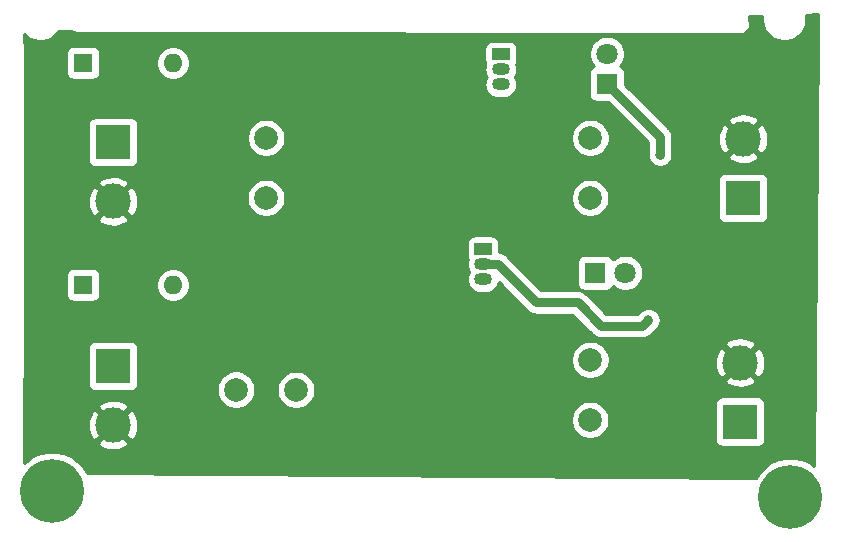
<source format=gbr>
G04 #@! TF.GenerationSoftware,KiCad,Pcbnew,(5.1.6)-1*
G04 #@! TF.CreationDate,2021-06-24T11:46:10+03:00*
G04 #@! TF.ProjectId,power supply,706f7765-7220-4737-9570-706c792e6b69,rev?*
G04 #@! TF.SameCoordinates,Original*
G04 #@! TF.FileFunction,Copper,L2,Bot*
G04 #@! TF.FilePolarity,Positive*
%FSLAX46Y46*%
G04 Gerber Fmt 4.6, Leading zero omitted, Abs format (unit mm)*
G04 Created by KiCad (PCBNEW (5.1.6)-1) date 2021-06-24 11:46:10*
%MOMM*%
%LPD*%
G01*
G04 APERTURE LIST*
G04 #@! TA.AperFunction,ComponentPad*
%ADD10C,5.400000*%
G04 #@! TD*
G04 #@! TA.AperFunction,ComponentPad*
%ADD11C,0.800000*%
G04 #@! TD*
G04 #@! TA.AperFunction,ComponentPad*
%ADD12C,2.000000*%
G04 #@! TD*
G04 #@! TA.AperFunction,ComponentPad*
%ADD13R,1.800000X1.800000*%
G04 #@! TD*
G04 #@! TA.AperFunction,ComponentPad*
%ADD14C,1.800000*%
G04 #@! TD*
G04 #@! TA.AperFunction,ComponentPad*
%ADD15C,3.000000*%
G04 #@! TD*
G04 #@! TA.AperFunction,ComponentPad*
%ADD16R,3.000000X3.000000*%
G04 #@! TD*
G04 #@! TA.AperFunction,ComponentPad*
%ADD17O,1.600000X1.600000*%
G04 #@! TD*
G04 #@! TA.AperFunction,ComponentPad*
%ADD18R,1.600000X1.600000*%
G04 #@! TD*
G04 #@! TA.AperFunction,ComponentPad*
%ADD19R,1.500000X1.050000*%
G04 #@! TD*
G04 #@! TA.AperFunction,ComponentPad*
%ADD20O,1.500000X1.050000*%
G04 #@! TD*
G04 #@! TA.AperFunction,ViaPad*
%ADD21C,0.800000*%
G04 #@! TD*
G04 #@! TA.AperFunction,Conductor*
%ADD22C,0.800000*%
G04 #@! TD*
G04 #@! TA.AperFunction,Conductor*
%ADD23C,0.254000*%
G04 #@! TD*
G04 APERTURE END LIST*
D10*
X148000000Y-146500000D03*
D11*
X150025000Y-146500000D03*
X149431891Y-147931891D03*
X148000000Y-148525000D03*
X146568109Y-147931891D03*
X145975000Y-146500000D03*
X146568109Y-145068109D03*
X148000000Y-144475000D03*
X149431891Y-145068109D03*
X86931891Y-144568109D03*
X85500000Y-143975000D03*
X84068109Y-144568109D03*
X83475000Y-146000000D03*
X84068109Y-147431891D03*
X85500000Y-148025000D03*
X86931891Y-147431891D03*
X87525000Y-146000000D03*
D10*
X85500000Y-146000000D03*
D12*
X131074000Y-116078000D03*
X131064000Y-121158000D03*
D13*
X131500000Y-127500000D03*
D14*
X134040000Y-127500000D03*
D12*
X106162000Y-137414000D03*
X101082000Y-137404000D03*
X103632000Y-116078000D03*
X103622000Y-121158000D03*
X131064000Y-139954000D03*
X131074000Y-134874000D03*
D15*
X90678000Y-121443000D03*
D16*
X90678000Y-116443000D03*
X90678000Y-135382000D03*
D15*
X90678000Y-140382000D03*
X143764000Y-135097000D03*
D16*
X143764000Y-140097000D03*
X144018000Y-121158000D03*
D15*
X144018000Y-116158000D03*
D17*
X95758000Y-128524000D03*
D18*
X88138000Y-128524000D03*
X88138000Y-109728000D03*
D17*
X95758000Y-109728000D03*
D13*
X132500000Y-111500000D03*
D14*
X132500000Y-108960000D03*
D19*
X122000000Y-125500000D03*
D20*
X122000000Y-128040000D03*
X122000000Y-126770000D03*
X123500000Y-110270000D03*
X123500000Y-111540000D03*
D19*
X123500000Y-109000000D03*
D21*
X110000000Y-130000000D03*
X120500000Y-113000000D03*
X110500000Y-113500000D03*
X113000000Y-113500000D03*
X117900000Y-122600000D03*
X126500000Y-125500000D03*
X122500000Y-121000000D03*
X140000000Y-110500000D03*
X113500000Y-129500000D03*
X124500000Y-138500000D03*
X120000000Y-143475010D03*
X112000000Y-133000000D03*
X98500000Y-143500000D03*
X137000000Y-117500000D03*
X136000000Y-131500000D03*
D22*
X114500000Y-143000000D02*
X118000000Y-143000000D01*
X110000000Y-130000000D02*
X110000000Y-138500000D01*
X110000000Y-138500000D02*
X114500000Y-143000000D01*
X120500000Y-113000000D02*
X120500000Y-115500000D01*
X120500000Y-115500000D02*
X124000000Y-119000000D01*
X118000000Y-143000000D02*
X119524990Y-143000000D01*
X119524990Y-143000000D02*
X120000000Y-143475010D01*
X137000000Y-116000000D02*
X132500000Y-111500000D01*
X137000000Y-117500000D02*
X137000000Y-116000000D01*
X122000000Y-126770000D02*
X123270000Y-126770000D01*
X123270000Y-126770000D02*
X126500000Y-130000000D01*
X126500000Y-130000000D02*
X130000000Y-130000000D01*
X130000000Y-130000000D02*
X132000000Y-132000000D01*
X132000000Y-132000000D02*
X135500000Y-132000000D01*
X135500000Y-132000000D02*
X136000000Y-131500000D01*
D23*
G36*
X150373000Y-106786773D02*
G01*
X150364288Y-106821607D01*
X150350554Y-106865669D01*
X150340266Y-106962557D01*
X150059287Y-143865000D01*
X149579715Y-143544561D01*
X148972784Y-143293162D01*
X148328469Y-143165000D01*
X147671531Y-143165000D01*
X147027216Y-143293162D01*
X146420285Y-143544561D01*
X145874061Y-143909536D01*
X145409536Y-144374061D01*
X145102871Y-144833017D01*
X88450820Y-144413373D01*
X88090464Y-143874061D01*
X87625939Y-143409536D01*
X87079715Y-143044561D01*
X86472784Y-142793162D01*
X85828469Y-142665000D01*
X85171531Y-142665000D01*
X84527216Y-142793162D01*
X83920285Y-143044561D01*
X83374061Y-143409536D01*
X83163019Y-143620578D01*
X83166840Y-141873653D01*
X89365952Y-141873653D01*
X89521962Y-142189214D01*
X89896745Y-142380020D01*
X90301551Y-142494044D01*
X90720824Y-142526902D01*
X91138451Y-142477334D01*
X91538383Y-142347243D01*
X91834038Y-142189214D01*
X91990048Y-141873653D01*
X90678000Y-140561605D01*
X89365952Y-141873653D01*
X83166840Y-141873653D01*
X83170010Y-140424824D01*
X88533098Y-140424824D01*
X88582666Y-140842451D01*
X88712757Y-141242383D01*
X88870786Y-141538038D01*
X89186347Y-141694048D01*
X90498395Y-140382000D01*
X90857605Y-140382000D01*
X92169653Y-141694048D01*
X92485214Y-141538038D01*
X92676020Y-141163255D01*
X92790044Y-140758449D01*
X92822902Y-140339176D01*
X92773334Y-139921549D01*
X92731509Y-139792967D01*
X129429000Y-139792967D01*
X129429000Y-140115033D01*
X129491832Y-140430912D01*
X129615082Y-140728463D01*
X129794013Y-140996252D01*
X130021748Y-141223987D01*
X130289537Y-141402918D01*
X130587088Y-141526168D01*
X130902967Y-141589000D01*
X131225033Y-141589000D01*
X131540912Y-141526168D01*
X131838463Y-141402918D01*
X132106252Y-141223987D01*
X132333987Y-140996252D01*
X132512918Y-140728463D01*
X132636168Y-140430912D01*
X132699000Y-140115033D01*
X132699000Y-139792967D01*
X132636168Y-139477088D01*
X132512918Y-139179537D01*
X132333987Y-138911748D01*
X132106252Y-138684013D01*
X131976028Y-138597000D01*
X141625928Y-138597000D01*
X141625928Y-141597000D01*
X141638188Y-141721482D01*
X141674498Y-141841180D01*
X141733463Y-141951494D01*
X141812815Y-142048185D01*
X141909506Y-142127537D01*
X142019820Y-142186502D01*
X142139518Y-142222812D01*
X142264000Y-142235072D01*
X145264000Y-142235072D01*
X145388482Y-142222812D01*
X145508180Y-142186502D01*
X145618494Y-142127537D01*
X145715185Y-142048185D01*
X145794537Y-141951494D01*
X145853502Y-141841180D01*
X145889812Y-141721482D01*
X145902072Y-141597000D01*
X145902072Y-138597000D01*
X145889812Y-138472518D01*
X145853502Y-138352820D01*
X145794537Y-138242506D01*
X145715185Y-138145815D01*
X145618494Y-138066463D01*
X145508180Y-138007498D01*
X145388482Y-137971188D01*
X145264000Y-137958928D01*
X142264000Y-137958928D01*
X142139518Y-137971188D01*
X142019820Y-138007498D01*
X141909506Y-138066463D01*
X141812815Y-138145815D01*
X141733463Y-138242506D01*
X141674498Y-138352820D01*
X141638188Y-138472518D01*
X141625928Y-138597000D01*
X131976028Y-138597000D01*
X131838463Y-138505082D01*
X131540912Y-138381832D01*
X131225033Y-138319000D01*
X130902967Y-138319000D01*
X130587088Y-138381832D01*
X130289537Y-138505082D01*
X130021748Y-138684013D01*
X129794013Y-138911748D01*
X129615082Y-139179537D01*
X129491832Y-139477088D01*
X129429000Y-139792967D01*
X92731509Y-139792967D01*
X92643243Y-139521617D01*
X92485214Y-139225962D01*
X92169653Y-139069952D01*
X90857605Y-140382000D01*
X90498395Y-140382000D01*
X89186347Y-139069952D01*
X88870786Y-139225962D01*
X88679980Y-139600745D01*
X88565956Y-140005551D01*
X88533098Y-140424824D01*
X83170010Y-140424824D01*
X83173367Y-138890347D01*
X89365952Y-138890347D01*
X90678000Y-140202395D01*
X91990048Y-138890347D01*
X91834038Y-138574786D01*
X91459255Y-138383980D01*
X91054449Y-138269956D01*
X90635176Y-138237098D01*
X90217549Y-138286666D01*
X89817617Y-138416757D01*
X89521962Y-138574786D01*
X89365952Y-138890347D01*
X83173367Y-138890347D01*
X83184325Y-133882000D01*
X88539928Y-133882000D01*
X88539928Y-136882000D01*
X88552188Y-137006482D01*
X88588498Y-137126180D01*
X88647463Y-137236494D01*
X88726815Y-137333185D01*
X88823506Y-137412537D01*
X88933820Y-137471502D01*
X89053518Y-137507812D01*
X89178000Y-137520072D01*
X92178000Y-137520072D01*
X92302482Y-137507812D01*
X92422180Y-137471502D01*
X92532494Y-137412537D01*
X92629185Y-137333185D01*
X92703224Y-137242967D01*
X99447000Y-137242967D01*
X99447000Y-137565033D01*
X99509832Y-137880912D01*
X99633082Y-138178463D01*
X99812013Y-138446252D01*
X100039748Y-138673987D01*
X100307537Y-138852918D01*
X100605088Y-138976168D01*
X100920967Y-139039000D01*
X101243033Y-139039000D01*
X101558912Y-138976168D01*
X101856463Y-138852918D01*
X102124252Y-138673987D01*
X102351987Y-138446252D01*
X102530918Y-138178463D01*
X102654168Y-137880912D01*
X102717000Y-137565033D01*
X102717000Y-137252967D01*
X104527000Y-137252967D01*
X104527000Y-137575033D01*
X104589832Y-137890912D01*
X104713082Y-138188463D01*
X104892013Y-138456252D01*
X105119748Y-138683987D01*
X105387537Y-138862918D01*
X105685088Y-138986168D01*
X106000967Y-139049000D01*
X106323033Y-139049000D01*
X106638912Y-138986168D01*
X106936463Y-138862918D01*
X107204252Y-138683987D01*
X107431987Y-138456252D01*
X107610918Y-138188463D01*
X107734168Y-137890912D01*
X107797000Y-137575033D01*
X107797000Y-137252967D01*
X107734168Y-136937088D01*
X107610918Y-136639537D01*
X107576919Y-136588653D01*
X142451952Y-136588653D01*
X142607962Y-136904214D01*
X142982745Y-137095020D01*
X143387551Y-137209044D01*
X143806824Y-137241902D01*
X144224451Y-137192334D01*
X144624383Y-137062243D01*
X144920038Y-136904214D01*
X145076048Y-136588653D01*
X143764000Y-135276605D01*
X142451952Y-136588653D01*
X107576919Y-136588653D01*
X107431987Y-136371748D01*
X107204252Y-136144013D01*
X106936463Y-135965082D01*
X106638912Y-135841832D01*
X106323033Y-135779000D01*
X106000967Y-135779000D01*
X105685088Y-135841832D01*
X105387537Y-135965082D01*
X105119748Y-136144013D01*
X104892013Y-136371748D01*
X104713082Y-136639537D01*
X104589832Y-136937088D01*
X104527000Y-137252967D01*
X102717000Y-137252967D01*
X102717000Y-137242967D01*
X102654168Y-136927088D01*
X102530918Y-136629537D01*
X102351987Y-136361748D01*
X102124252Y-136134013D01*
X101856463Y-135955082D01*
X101558912Y-135831832D01*
X101243033Y-135769000D01*
X100920967Y-135769000D01*
X100605088Y-135831832D01*
X100307537Y-135955082D01*
X100039748Y-136134013D01*
X99812013Y-136361748D01*
X99633082Y-136629537D01*
X99509832Y-136927088D01*
X99447000Y-137242967D01*
X92703224Y-137242967D01*
X92708537Y-137236494D01*
X92767502Y-137126180D01*
X92803812Y-137006482D01*
X92816072Y-136882000D01*
X92816072Y-134712967D01*
X129439000Y-134712967D01*
X129439000Y-135035033D01*
X129501832Y-135350912D01*
X129625082Y-135648463D01*
X129804013Y-135916252D01*
X130031748Y-136143987D01*
X130299537Y-136322918D01*
X130597088Y-136446168D01*
X130912967Y-136509000D01*
X131235033Y-136509000D01*
X131550912Y-136446168D01*
X131848463Y-136322918D01*
X132116252Y-136143987D01*
X132343987Y-135916252D01*
X132522918Y-135648463D01*
X132646168Y-135350912D01*
X132688155Y-135139824D01*
X141619098Y-135139824D01*
X141668666Y-135557451D01*
X141798757Y-135957383D01*
X141956786Y-136253038D01*
X142272347Y-136409048D01*
X143584395Y-135097000D01*
X143943605Y-135097000D01*
X145255653Y-136409048D01*
X145571214Y-136253038D01*
X145762020Y-135878255D01*
X145876044Y-135473449D01*
X145908902Y-135054176D01*
X145859334Y-134636549D01*
X145729243Y-134236617D01*
X145571214Y-133940962D01*
X145255653Y-133784952D01*
X143943605Y-135097000D01*
X143584395Y-135097000D01*
X142272347Y-133784952D01*
X141956786Y-133940962D01*
X141765980Y-134315745D01*
X141651956Y-134720551D01*
X141619098Y-135139824D01*
X132688155Y-135139824D01*
X132709000Y-135035033D01*
X132709000Y-134712967D01*
X132646168Y-134397088D01*
X132522918Y-134099537D01*
X132343987Y-133831748D01*
X132117586Y-133605347D01*
X142451952Y-133605347D01*
X143764000Y-134917395D01*
X145076048Y-133605347D01*
X144920038Y-133289786D01*
X144545255Y-133098980D01*
X144140449Y-132984956D01*
X143721176Y-132952098D01*
X143303549Y-133001666D01*
X142903617Y-133131757D01*
X142607962Y-133289786D01*
X142451952Y-133605347D01*
X132117586Y-133605347D01*
X132116252Y-133604013D01*
X131848463Y-133425082D01*
X131550912Y-133301832D01*
X131235033Y-133239000D01*
X130912967Y-133239000D01*
X130597088Y-133301832D01*
X130299537Y-133425082D01*
X130031748Y-133604013D01*
X129804013Y-133831748D01*
X129625082Y-134099537D01*
X129501832Y-134397088D01*
X129439000Y-134712967D01*
X92816072Y-134712967D01*
X92816072Y-133882000D01*
X92803812Y-133757518D01*
X92767502Y-133637820D01*
X92708537Y-133527506D01*
X92629185Y-133430815D01*
X92532494Y-133351463D01*
X92422180Y-133292498D01*
X92302482Y-133256188D01*
X92178000Y-133243928D01*
X89178000Y-133243928D01*
X89053518Y-133256188D01*
X88933820Y-133292498D01*
X88823506Y-133351463D01*
X88726815Y-133430815D01*
X88647463Y-133527506D01*
X88588498Y-133637820D01*
X88552188Y-133757518D01*
X88539928Y-133882000D01*
X83184325Y-133882000D01*
X83197799Y-127724000D01*
X86699928Y-127724000D01*
X86699928Y-129324000D01*
X86712188Y-129448482D01*
X86748498Y-129568180D01*
X86807463Y-129678494D01*
X86886815Y-129775185D01*
X86983506Y-129854537D01*
X87093820Y-129913502D01*
X87213518Y-129949812D01*
X87338000Y-129962072D01*
X88938000Y-129962072D01*
X89062482Y-129949812D01*
X89182180Y-129913502D01*
X89292494Y-129854537D01*
X89389185Y-129775185D01*
X89468537Y-129678494D01*
X89527502Y-129568180D01*
X89563812Y-129448482D01*
X89576072Y-129324000D01*
X89576072Y-128382665D01*
X94323000Y-128382665D01*
X94323000Y-128665335D01*
X94378147Y-128942574D01*
X94486320Y-129203727D01*
X94643363Y-129438759D01*
X94843241Y-129638637D01*
X95078273Y-129795680D01*
X95339426Y-129903853D01*
X95616665Y-129959000D01*
X95899335Y-129959000D01*
X96176574Y-129903853D01*
X96437727Y-129795680D01*
X96672759Y-129638637D01*
X96872637Y-129438759D01*
X97029680Y-129203727D01*
X97137853Y-128942574D01*
X97193000Y-128665335D01*
X97193000Y-128382665D01*
X97137853Y-128105426D01*
X97029680Y-127844273D01*
X96872637Y-127609241D01*
X96672759Y-127409363D01*
X96437727Y-127252320D01*
X96176574Y-127144147D01*
X95899335Y-127089000D01*
X95616665Y-127089000D01*
X95339426Y-127144147D01*
X95078273Y-127252320D01*
X94843241Y-127409363D01*
X94643363Y-127609241D01*
X94486320Y-127844273D01*
X94378147Y-128105426D01*
X94323000Y-128382665D01*
X89576072Y-128382665D01*
X89576072Y-127724000D01*
X89563812Y-127599518D01*
X89527502Y-127479820D01*
X89468537Y-127369506D01*
X89389185Y-127272815D01*
X89292494Y-127193463D01*
X89182180Y-127134498D01*
X89062482Y-127098188D01*
X88938000Y-127085928D01*
X87338000Y-127085928D01*
X87213518Y-127098188D01*
X87093820Y-127134498D01*
X86983506Y-127193463D01*
X86886815Y-127272815D01*
X86807463Y-127369506D01*
X86748498Y-127479820D01*
X86712188Y-127599518D01*
X86699928Y-127724000D01*
X83197799Y-127724000D01*
X83199886Y-126770000D01*
X120609388Y-126770000D01*
X120631785Y-126997400D01*
X120698115Y-127216060D01*
X120799105Y-127405000D01*
X120698115Y-127593940D01*
X120631785Y-127812600D01*
X120609388Y-128040000D01*
X120631785Y-128267400D01*
X120698115Y-128486060D01*
X120805829Y-128687579D01*
X120950788Y-128864212D01*
X121127421Y-129009171D01*
X121328940Y-129116885D01*
X121547600Y-129183215D01*
X121718021Y-129200000D01*
X122281979Y-129200000D01*
X122452400Y-129183215D01*
X122671060Y-129116885D01*
X122872579Y-129009171D01*
X123049212Y-128864212D01*
X123194171Y-128687579D01*
X123301885Y-128486060D01*
X123353197Y-128316907D01*
X125732196Y-130695907D01*
X125764604Y-130735396D01*
X125804092Y-130767803D01*
X125922202Y-130864734D01*
X126018309Y-130916104D01*
X126102007Y-130960841D01*
X126297105Y-131020024D01*
X126449162Y-131035000D01*
X126449165Y-131035000D01*
X126500000Y-131040007D01*
X126550835Y-131035000D01*
X129571290Y-131035000D01*
X131232197Y-132695908D01*
X131264604Y-132735396D01*
X131304092Y-132767803D01*
X131422202Y-132864734D01*
X131518309Y-132916104D01*
X131602007Y-132960841D01*
X131797105Y-133020024D01*
X131949162Y-133035000D01*
X131949171Y-133035000D01*
X131999999Y-133040006D01*
X132050827Y-133035000D01*
X135449172Y-133035000D01*
X135500000Y-133040006D01*
X135550828Y-133035000D01*
X135550838Y-133035000D01*
X135702895Y-133020024D01*
X135897993Y-132960841D01*
X136077797Y-132864734D01*
X136235396Y-132735396D01*
X136267807Y-132695903D01*
X136659771Y-132303939D01*
X136659774Y-132303937D01*
X136803937Y-132159774D01*
X136832329Y-132117283D01*
X136864734Y-132077797D01*
X136888814Y-132032747D01*
X136917205Y-131990256D01*
X136936763Y-131943039D01*
X136960840Y-131897994D01*
X136975666Y-131849120D01*
X136995226Y-131801898D01*
X137005197Y-131751768D01*
X137020023Y-131702895D01*
X137025030Y-131652064D01*
X137035000Y-131601939D01*
X137035000Y-131550835D01*
X137040007Y-131500000D01*
X137035000Y-131449165D01*
X137035000Y-131398061D01*
X137025030Y-131347936D01*
X137020023Y-131297105D01*
X137005197Y-131248232D01*
X136995226Y-131198102D01*
X136975665Y-131150878D01*
X136960840Y-131102007D01*
X136936764Y-131056964D01*
X136917205Y-131009744D01*
X136888813Y-130967252D01*
X136864734Y-130922203D01*
X136832328Y-130882716D01*
X136803937Y-130840226D01*
X136767803Y-130804092D01*
X136735396Y-130764604D01*
X136695908Y-130732197D01*
X136659774Y-130696063D01*
X136617284Y-130667672D01*
X136577797Y-130635266D01*
X136532748Y-130611187D01*
X136490256Y-130582795D01*
X136443036Y-130563236D01*
X136397993Y-130539160D01*
X136349122Y-130524335D01*
X136301898Y-130504774D01*
X136251768Y-130494803D01*
X136202895Y-130479977D01*
X136152064Y-130474970D01*
X136101939Y-130465000D01*
X136050835Y-130465000D01*
X136000000Y-130459993D01*
X135949165Y-130465000D01*
X135898061Y-130465000D01*
X135847936Y-130474970D01*
X135797105Y-130479977D01*
X135748232Y-130494803D01*
X135698102Y-130504774D01*
X135650880Y-130524334D01*
X135602006Y-130539160D01*
X135556961Y-130563237D01*
X135509744Y-130582795D01*
X135467253Y-130611186D01*
X135422203Y-130635266D01*
X135382717Y-130667671D01*
X135340226Y-130696063D01*
X135196063Y-130840226D01*
X135196061Y-130840229D01*
X135071290Y-130965000D01*
X132428711Y-130965000D01*
X130767807Y-129304097D01*
X130735396Y-129264604D01*
X130577797Y-129135266D01*
X130397993Y-129039159D01*
X130202895Y-128979976D01*
X130050838Y-128965000D01*
X130050828Y-128965000D01*
X130000000Y-128959994D01*
X129949172Y-128965000D01*
X126928711Y-128965000D01*
X124563711Y-126600000D01*
X129961928Y-126600000D01*
X129961928Y-128400000D01*
X129974188Y-128524482D01*
X130010498Y-128644180D01*
X130069463Y-128754494D01*
X130148815Y-128851185D01*
X130245506Y-128930537D01*
X130355820Y-128989502D01*
X130475518Y-129025812D01*
X130600000Y-129038072D01*
X132400000Y-129038072D01*
X132524482Y-129025812D01*
X132644180Y-128989502D01*
X132754494Y-128930537D01*
X132851185Y-128851185D01*
X132930537Y-128754494D01*
X132989502Y-128644180D01*
X132995056Y-128625873D01*
X133061495Y-128692312D01*
X133312905Y-128860299D01*
X133592257Y-128976011D01*
X133888816Y-129035000D01*
X134191184Y-129035000D01*
X134487743Y-128976011D01*
X134767095Y-128860299D01*
X135018505Y-128692312D01*
X135232312Y-128478505D01*
X135400299Y-128227095D01*
X135516011Y-127947743D01*
X135575000Y-127651184D01*
X135575000Y-127348816D01*
X135516011Y-127052257D01*
X135400299Y-126772905D01*
X135232312Y-126521495D01*
X135018505Y-126307688D01*
X134767095Y-126139701D01*
X134487743Y-126023989D01*
X134191184Y-125965000D01*
X133888816Y-125965000D01*
X133592257Y-126023989D01*
X133312905Y-126139701D01*
X133061495Y-126307688D01*
X132995056Y-126374127D01*
X132989502Y-126355820D01*
X132930537Y-126245506D01*
X132851185Y-126148815D01*
X132754494Y-126069463D01*
X132644180Y-126010498D01*
X132524482Y-125974188D01*
X132400000Y-125961928D01*
X130600000Y-125961928D01*
X130475518Y-125974188D01*
X130355820Y-126010498D01*
X130245506Y-126069463D01*
X130148815Y-126148815D01*
X130069463Y-126245506D01*
X130010498Y-126355820D01*
X129974188Y-126475518D01*
X129961928Y-126600000D01*
X124563711Y-126600000D01*
X124037807Y-126074097D01*
X124005396Y-126034604D01*
X123847797Y-125905266D01*
X123667993Y-125809159D01*
X123472895Y-125749976D01*
X123388072Y-125741622D01*
X123388072Y-124975000D01*
X123375812Y-124850518D01*
X123339502Y-124730820D01*
X123280537Y-124620506D01*
X123201185Y-124523815D01*
X123104494Y-124444463D01*
X122994180Y-124385498D01*
X122874482Y-124349188D01*
X122750000Y-124336928D01*
X121250000Y-124336928D01*
X121125518Y-124349188D01*
X121005820Y-124385498D01*
X120895506Y-124444463D01*
X120798815Y-124523815D01*
X120719463Y-124620506D01*
X120660498Y-124730820D01*
X120624188Y-124850518D01*
X120611928Y-124975000D01*
X120611928Y-126025000D01*
X120624188Y-126149482D01*
X120660498Y-126269180D01*
X120695093Y-126333902D01*
X120631785Y-126542600D01*
X120609388Y-126770000D01*
X83199886Y-126770000D01*
X83208277Y-122934653D01*
X89365952Y-122934653D01*
X89521962Y-123250214D01*
X89896745Y-123441020D01*
X90301551Y-123555044D01*
X90720824Y-123587902D01*
X91138451Y-123538334D01*
X91538383Y-123408243D01*
X91834038Y-123250214D01*
X91990048Y-122934653D01*
X90678000Y-121622605D01*
X89365952Y-122934653D01*
X83208277Y-122934653D01*
X83211447Y-121485824D01*
X88533098Y-121485824D01*
X88582666Y-121903451D01*
X88712757Y-122303383D01*
X88870786Y-122599038D01*
X89186347Y-122755048D01*
X90498395Y-121443000D01*
X90857605Y-121443000D01*
X92169653Y-122755048D01*
X92485214Y-122599038D01*
X92676020Y-122224255D01*
X92790044Y-121819449D01*
X92822902Y-121400176D01*
X92775046Y-120996967D01*
X101987000Y-120996967D01*
X101987000Y-121319033D01*
X102049832Y-121634912D01*
X102173082Y-121932463D01*
X102352013Y-122200252D01*
X102579748Y-122427987D01*
X102847537Y-122606918D01*
X103145088Y-122730168D01*
X103460967Y-122793000D01*
X103783033Y-122793000D01*
X104098912Y-122730168D01*
X104396463Y-122606918D01*
X104664252Y-122427987D01*
X104891987Y-122200252D01*
X105070918Y-121932463D01*
X105194168Y-121634912D01*
X105257000Y-121319033D01*
X105257000Y-120996967D01*
X129429000Y-120996967D01*
X129429000Y-121319033D01*
X129491832Y-121634912D01*
X129615082Y-121932463D01*
X129794013Y-122200252D01*
X130021748Y-122427987D01*
X130289537Y-122606918D01*
X130587088Y-122730168D01*
X130902967Y-122793000D01*
X131225033Y-122793000D01*
X131540912Y-122730168D01*
X131838463Y-122606918D01*
X132106252Y-122427987D01*
X132333987Y-122200252D01*
X132512918Y-121932463D01*
X132636168Y-121634912D01*
X132699000Y-121319033D01*
X132699000Y-120996967D01*
X132636168Y-120681088D01*
X132512918Y-120383537D01*
X132333987Y-120115748D01*
X132106252Y-119888013D01*
X131838463Y-119709082D01*
X131715141Y-119658000D01*
X141879928Y-119658000D01*
X141879928Y-122658000D01*
X141892188Y-122782482D01*
X141928498Y-122902180D01*
X141987463Y-123012494D01*
X142066815Y-123109185D01*
X142163506Y-123188537D01*
X142273820Y-123247502D01*
X142393518Y-123283812D01*
X142518000Y-123296072D01*
X145518000Y-123296072D01*
X145642482Y-123283812D01*
X145762180Y-123247502D01*
X145872494Y-123188537D01*
X145969185Y-123109185D01*
X146048537Y-123012494D01*
X146107502Y-122902180D01*
X146143812Y-122782482D01*
X146156072Y-122658000D01*
X146156072Y-119658000D01*
X146143812Y-119533518D01*
X146107502Y-119413820D01*
X146048537Y-119303506D01*
X145969185Y-119206815D01*
X145872494Y-119127463D01*
X145762180Y-119068498D01*
X145642482Y-119032188D01*
X145518000Y-119019928D01*
X142518000Y-119019928D01*
X142393518Y-119032188D01*
X142273820Y-119068498D01*
X142163506Y-119127463D01*
X142066815Y-119206815D01*
X141987463Y-119303506D01*
X141928498Y-119413820D01*
X141892188Y-119533518D01*
X141879928Y-119658000D01*
X131715141Y-119658000D01*
X131540912Y-119585832D01*
X131225033Y-119523000D01*
X130902967Y-119523000D01*
X130587088Y-119585832D01*
X130289537Y-119709082D01*
X130021748Y-119888013D01*
X129794013Y-120115748D01*
X129615082Y-120383537D01*
X129491832Y-120681088D01*
X129429000Y-120996967D01*
X105257000Y-120996967D01*
X105194168Y-120681088D01*
X105070918Y-120383537D01*
X104891987Y-120115748D01*
X104664252Y-119888013D01*
X104396463Y-119709082D01*
X104098912Y-119585832D01*
X103783033Y-119523000D01*
X103460967Y-119523000D01*
X103145088Y-119585832D01*
X102847537Y-119709082D01*
X102579748Y-119888013D01*
X102352013Y-120115748D01*
X102173082Y-120383537D01*
X102049832Y-120681088D01*
X101987000Y-120996967D01*
X92775046Y-120996967D01*
X92773334Y-120982549D01*
X92643243Y-120582617D01*
X92485214Y-120286962D01*
X92169653Y-120130952D01*
X90857605Y-121443000D01*
X90498395Y-121443000D01*
X89186347Y-120130952D01*
X88870786Y-120286962D01*
X88679980Y-120661745D01*
X88565956Y-121066551D01*
X88533098Y-121485824D01*
X83211447Y-121485824D01*
X83214804Y-119951347D01*
X89365952Y-119951347D01*
X90678000Y-121263395D01*
X91990048Y-119951347D01*
X91834038Y-119635786D01*
X91459255Y-119444980D01*
X91054449Y-119330956D01*
X90635176Y-119298098D01*
X90217549Y-119347666D01*
X89817617Y-119477757D01*
X89521962Y-119635786D01*
X89365952Y-119951347D01*
X83214804Y-119951347D01*
X83225762Y-114943000D01*
X88539928Y-114943000D01*
X88539928Y-117943000D01*
X88552188Y-118067482D01*
X88588498Y-118187180D01*
X88647463Y-118297494D01*
X88726815Y-118394185D01*
X88823506Y-118473537D01*
X88933820Y-118532502D01*
X89053518Y-118568812D01*
X89178000Y-118581072D01*
X92178000Y-118581072D01*
X92302482Y-118568812D01*
X92422180Y-118532502D01*
X92532494Y-118473537D01*
X92629185Y-118394185D01*
X92708537Y-118297494D01*
X92767502Y-118187180D01*
X92803812Y-118067482D01*
X92816072Y-117943000D01*
X92816072Y-115916967D01*
X101997000Y-115916967D01*
X101997000Y-116239033D01*
X102059832Y-116554912D01*
X102183082Y-116852463D01*
X102362013Y-117120252D01*
X102589748Y-117347987D01*
X102857537Y-117526918D01*
X103155088Y-117650168D01*
X103470967Y-117713000D01*
X103793033Y-117713000D01*
X104108912Y-117650168D01*
X104406463Y-117526918D01*
X104674252Y-117347987D01*
X104901987Y-117120252D01*
X105080918Y-116852463D01*
X105204168Y-116554912D01*
X105267000Y-116239033D01*
X105267000Y-115916967D01*
X129439000Y-115916967D01*
X129439000Y-116239033D01*
X129501832Y-116554912D01*
X129625082Y-116852463D01*
X129804013Y-117120252D01*
X130031748Y-117347987D01*
X130299537Y-117526918D01*
X130597088Y-117650168D01*
X130912967Y-117713000D01*
X131235033Y-117713000D01*
X131550912Y-117650168D01*
X131848463Y-117526918D01*
X132116252Y-117347987D01*
X132343987Y-117120252D01*
X132522918Y-116852463D01*
X132646168Y-116554912D01*
X132709000Y-116239033D01*
X132709000Y-115916967D01*
X132646168Y-115601088D01*
X132522918Y-115303537D01*
X132343987Y-115035748D01*
X132116252Y-114808013D01*
X131848463Y-114629082D01*
X131550912Y-114505832D01*
X131235033Y-114443000D01*
X130912967Y-114443000D01*
X130597088Y-114505832D01*
X130299537Y-114629082D01*
X130031748Y-114808013D01*
X129804013Y-115035748D01*
X129625082Y-115303537D01*
X129501832Y-115601088D01*
X129439000Y-115916967D01*
X105267000Y-115916967D01*
X105204168Y-115601088D01*
X105080918Y-115303537D01*
X104901987Y-115035748D01*
X104674252Y-114808013D01*
X104406463Y-114629082D01*
X104108912Y-114505832D01*
X103793033Y-114443000D01*
X103470967Y-114443000D01*
X103155088Y-114505832D01*
X102857537Y-114629082D01*
X102589748Y-114808013D01*
X102362013Y-115035748D01*
X102183082Y-115303537D01*
X102059832Y-115601088D01*
X101997000Y-115916967D01*
X92816072Y-115916967D01*
X92816072Y-114943000D01*
X92803812Y-114818518D01*
X92767502Y-114698820D01*
X92708537Y-114588506D01*
X92629185Y-114491815D01*
X92532494Y-114412463D01*
X92422180Y-114353498D01*
X92302482Y-114317188D01*
X92178000Y-114304928D01*
X89178000Y-114304928D01*
X89053518Y-114317188D01*
X88933820Y-114353498D01*
X88823506Y-114412463D01*
X88726815Y-114491815D01*
X88647463Y-114588506D01*
X88588498Y-114698820D01*
X88552188Y-114818518D01*
X88539928Y-114943000D01*
X83225762Y-114943000D01*
X83238923Y-108928000D01*
X86699928Y-108928000D01*
X86699928Y-110528000D01*
X86712188Y-110652482D01*
X86748498Y-110772180D01*
X86807463Y-110882494D01*
X86886815Y-110979185D01*
X86983506Y-111058537D01*
X87093820Y-111117502D01*
X87213518Y-111153812D01*
X87338000Y-111166072D01*
X88938000Y-111166072D01*
X89062482Y-111153812D01*
X89182180Y-111117502D01*
X89292494Y-111058537D01*
X89389185Y-110979185D01*
X89468537Y-110882494D01*
X89527502Y-110772180D01*
X89563812Y-110652482D01*
X89576072Y-110528000D01*
X89576072Y-109586665D01*
X94323000Y-109586665D01*
X94323000Y-109869335D01*
X94378147Y-110146574D01*
X94486320Y-110407727D01*
X94643363Y-110642759D01*
X94843241Y-110842637D01*
X95078273Y-110999680D01*
X95339426Y-111107853D01*
X95616665Y-111163000D01*
X95899335Y-111163000D01*
X96176574Y-111107853D01*
X96437727Y-110999680D01*
X96672759Y-110842637D01*
X96872637Y-110642759D01*
X97029680Y-110407727D01*
X97086728Y-110270000D01*
X122109388Y-110270000D01*
X122131785Y-110497400D01*
X122198115Y-110716060D01*
X122299105Y-110905000D01*
X122198115Y-111093940D01*
X122131785Y-111312600D01*
X122109388Y-111540000D01*
X122131785Y-111767400D01*
X122198115Y-111986060D01*
X122305829Y-112187579D01*
X122450788Y-112364212D01*
X122627421Y-112509171D01*
X122828940Y-112616885D01*
X123047600Y-112683215D01*
X123218021Y-112700000D01*
X123781979Y-112700000D01*
X123952400Y-112683215D01*
X124171060Y-112616885D01*
X124372579Y-112509171D01*
X124549212Y-112364212D01*
X124694171Y-112187579D01*
X124801885Y-111986060D01*
X124868215Y-111767400D01*
X124890612Y-111540000D01*
X124868215Y-111312600D01*
X124801885Y-111093940D01*
X124700895Y-110905000D01*
X124801885Y-110716060D01*
X124837091Y-110600000D01*
X130961928Y-110600000D01*
X130961928Y-112400000D01*
X130974188Y-112524482D01*
X131010498Y-112644180D01*
X131069463Y-112754494D01*
X131148815Y-112851185D01*
X131245506Y-112930537D01*
X131355820Y-112989502D01*
X131475518Y-113025812D01*
X131600000Y-113038072D01*
X132574362Y-113038072D01*
X135965001Y-116428712D01*
X135965000Y-117398061D01*
X135965000Y-117601939D01*
X135974969Y-117652058D01*
X135979976Y-117702894D01*
X135994804Y-117751774D01*
X136004774Y-117801898D01*
X136024332Y-117849116D01*
X136039159Y-117897992D01*
X136063237Y-117943039D01*
X136082795Y-117990256D01*
X136111186Y-118032747D01*
X136135266Y-118077797D01*
X136167672Y-118117284D01*
X136196063Y-118159774D01*
X136232197Y-118195908D01*
X136264604Y-118235396D01*
X136304092Y-118267803D01*
X136340226Y-118303937D01*
X136382716Y-118332328D01*
X136422203Y-118364734D01*
X136467254Y-118388814D01*
X136509744Y-118417205D01*
X136556958Y-118436762D01*
X136602007Y-118460841D01*
X136650887Y-118475669D01*
X136698102Y-118495226D01*
X136748223Y-118505196D01*
X136797105Y-118520024D01*
X136847943Y-118525031D01*
X136898061Y-118535000D01*
X136949162Y-118535000D01*
X137000000Y-118540007D01*
X137050838Y-118535000D01*
X137101939Y-118535000D01*
X137152058Y-118525031D01*
X137202894Y-118520024D01*
X137251774Y-118505196D01*
X137301898Y-118495226D01*
X137349116Y-118475668D01*
X137397992Y-118460841D01*
X137443039Y-118436763D01*
X137490256Y-118417205D01*
X137532747Y-118388814D01*
X137577797Y-118364734D01*
X137617284Y-118332328D01*
X137659774Y-118303937D01*
X137695908Y-118267803D01*
X137735396Y-118235396D01*
X137767803Y-118195908D01*
X137803937Y-118159774D01*
X137832328Y-118117284D01*
X137864734Y-118077797D01*
X137888814Y-118032746D01*
X137917205Y-117990256D01*
X137936762Y-117943042D01*
X137960841Y-117897993D01*
X137975669Y-117849113D01*
X137995226Y-117801898D01*
X138005196Y-117751777D01*
X138020024Y-117702895D01*
X138025031Y-117652057D01*
X138025509Y-117649653D01*
X142705952Y-117649653D01*
X142861962Y-117965214D01*
X143236745Y-118156020D01*
X143641551Y-118270044D01*
X144060824Y-118302902D01*
X144478451Y-118253334D01*
X144878383Y-118123243D01*
X145174038Y-117965214D01*
X145330048Y-117649653D01*
X144018000Y-116337605D01*
X142705952Y-117649653D01*
X138025509Y-117649653D01*
X138035000Y-117601939D01*
X138035000Y-116200824D01*
X141873098Y-116200824D01*
X141922666Y-116618451D01*
X142052757Y-117018383D01*
X142210786Y-117314038D01*
X142526347Y-117470048D01*
X143838395Y-116158000D01*
X144197605Y-116158000D01*
X145509653Y-117470048D01*
X145825214Y-117314038D01*
X146016020Y-116939255D01*
X146130044Y-116534449D01*
X146162902Y-116115176D01*
X146113334Y-115697549D01*
X145983243Y-115297617D01*
X145825214Y-115001962D01*
X145509653Y-114845952D01*
X144197605Y-116158000D01*
X143838395Y-116158000D01*
X142526347Y-114845952D01*
X142210786Y-115001962D01*
X142019980Y-115376745D01*
X141905956Y-115781551D01*
X141873098Y-116200824D01*
X138035000Y-116200824D01*
X138035000Y-116050827D01*
X138040006Y-115999999D01*
X138035000Y-115949171D01*
X138035000Y-115949162D01*
X138020024Y-115797105D01*
X137960841Y-115602007D01*
X137916104Y-115518309D01*
X137864734Y-115422202D01*
X137767803Y-115304092D01*
X137735396Y-115264604D01*
X137695908Y-115232197D01*
X137130058Y-114666347D01*
X142705952Y-114666347D01*
X144018000Y-115978395D01*
X145330048Y-114666347D01*
X145174038Y-114350786D01*
X144799255Y-114159980D01*
X144394449Y-114045956D01*
X143975176Y-114013098D01*
X143557549Y-114062666D01*
X143157617Y-114192757D01*
X142861962Y-114350786D01*
X142705952Y-114666347D01*
X137130058Y-114666347D01*
X134038072Y-111574362D01*
X134038072Y-110600000D01*
X134025812Y-110475518D01*
X133989502Y-110355820D01*
X133930537Y-110245506D01*
X133851185Y-110148815D01*
X133754494Y-110069463D01*
X133644180Y-110010498D01*
X133625873Y-110004944D01*
X133692312Y-109938505D01*
X133860299Y-109687095D01*
X133976011Y-109407743D01*
X134035000Y-109111184D01*
X134035000Y-108808816D01*
X133976011Y-108512257D01*
X133860299Y-108232905D01*
X133692312Y-107981495D01*
X133478505Y-107767688D01*
X133227095Y-107599701D01*
X132947743Y-107483989D01*
X132651184Y-107425000D01*
X132348816Y-107425000D01*
X132052257Y-107483989D01*
X131772905Y-107599701D01*
X131521495Y-107767688D01*
X131307688Y-107981495D01*
X131139701Y-108232905D01*
X131023989Y-108512257D01*
X130965000Y-108808816D01*
X130965000Y-109111184D01*
X131023989Y-109407743D01*
X131139701Y-109687095D01*
X131307688Y-109938505D01*
X131374127Y-110004944D01*
X131355820Y-110010498D01*
X131245506Y-110069463D01*
X131148815Y-110148815D01*
X131069463Y-110245506D01*
X131010498Y-110355820D01*
X130974188Y-110475518D01*
X130961928Y-110600000D01*
X124837091Y-110600000D01*
X124868215Y-110497400D01*
X124890612Y-110270000D01*
X124868215Y-110042600D01*
X124804907Y-109833902D01*
X124839502Y-109769180D01*
X124875812Y-109649482D01*
X124888072Y-109525000D01*
X124888072Y-108475000D01*
X124875812Y-108350518D01*
X124839502Y-108230820D01*
X124780537Y-108120506D01*
X124701185Y-108023815D01*
X124604494Y-107944463D01*
X124494180Y-107885498D01*
X124374482Y-107849188D01*
X124250000Y-107836928D01*
X122750000Y-107836928D01*
X122625518Y-107849188D01*
X122505820Y-107885498D01*
X122395506Y-107944463D01*
X122298815Y-108023815D01*
X122219463Y-108120506D01*
X122160498Y-108230820D01*
X122124188Y-108350518D01*
X122111928Y-108475000D01*
X122111928Y-109525000D01*
X122124188Y-109649482D01*
X122160498Y-109769180D01*
X122195093Y-109833902D01*
X122131785Y-110042600D01*
X122109388Y-110270000D01*
X97086728Y-110270000D01*
X97137853Y-110146574D01*
X97193000Y-109869335D01*
X97193000Y-109586665D01*
X97137853Y-109309426D01*
X97029680Y-109048273D01*
X96872637Y-108813241D01*
X96672759Y-108613363D01*
X96437727Y-108456320D01*
X96176574Y-108348147D01*
X95899335Y-108293000D01*
X95616665Y-108293000D01*
X95339426Y-108348147D01*
X95078273Y-108456320D01*
X94843241Y-108613363D01*
X94643363Y-108813241D01*
X94486320Y-109048273D01*
X94378147Y-109309426D01*
X94323000Y-109586665D01*
X89576072Y-109586665D01*
X89576072Y-108928000D01*
X89563812Y-108803518D01*
X89527502Y-108683820D01*
X89468537Y-108573506D01*
X89389185Y-108476815D01*
X89292494Y-108397463D01*
X89182180Y-108338498D01*
X89062482Y-108302188D01*
X88938000Y-108289928D01*
X87338000Y-108289928D01*
X87213518Y-108302188D01*
X87093820Y-108338498D01*
X86983506Y-108397463D01*
X86886815Y-108476815D01*
X86807463Y-108573506D01*
X86748498Y-108683820D01*
X86712188Y-108803518D01*
X86699928Y-108928000D01*
X83238923Y-108928000D01*
X83240237Y-108327890D01*
X83230899Y-108230906D01*
X83193431Y-108106413D01*
X83132397Y-107991623D01*
X83127000Y-107985017D01*
X83127000Y-107292793D01*
X83298382Y-107464175D01*
X83607118Y-107670466D01*
X83950166Y-107812561D01*
X84314344Y-107885000D01*
X84685656Y-107885000D01*
X85049834Y-107812561D01*
X85392882Y-107670466D01*
X85701618Y-107464175D01*
X85964175Y-107201618D01*
X86059440Y-107059044D01*
X87112216Y-107035649D01*
X87130589Y-107050781D01*
X87245139Y-107112266D01*
X87369483Y-107150223D01*
X87466430Y-107159942D01*
X143940739Y-107258476D01*
X144037720Y-107249095D01*
X144162195Y-107211572D01*
X144276959Y-107150488D01*
X144377601Y-107068186D01*
X144460253Y-106967832D01*
X144521738Y-106853282D01*
X144559695Y-106728938D01*
X144572664Y-106599578D01*
X144567328Y-106544417D01*
X144524479Y-105909729D01*
X144543838Y-105759391D01*
X145630735Y-105735238D01*
X145615000Y-105814344D01*
X145615000Y-106185656D01*
X145687439Y-106549834D01*
X145829534Y-106892882D01*
X146035825Y-107201618D01*
X146298382Y-107464175D01*
X146607118Y-107670466D01*
X146950166Y-107812561D01*
X147314344Y-107885000D01*
X147685656Y-107885000D01*
X148049834Y-107812561D01*
X148392882Y-107670466D01*
X148701618Y-107464175D01*
X148964175Y-107201618D01*
X149170466Y-106892882D01*
X149312561Y-106549834D01*
X149385000Y-106185656D01*
X149385000Y-105814344D01*
X149352812Y-105652525D01*
X150373000Y-105629854D01*
X150373000Y-106786773D01*
G37*
X150373000Y-106786773D02*
X150364288Y-106821607D01*
X150350554Y-106865669D01*
X150340266Y-106962557D01*
X150059287Y-143865000D01*
X149579715Y-143544561D01*
X148972784Y-143293162D01*
X148328469Y-143165000D01*
X147671531Y-143165000D01*
X147027216Y-143293162D01*
X146420285Y-143544561D01*
X145874061Y-143909536D01*
X145409536Y-144374061D01*
X145102871Y-144833017D01*
X88450820Y-144413373D01*
X88090464Y-143874061D01*
X87625939Y-143409536D01*
X87079715Y-143044561D01*
X86472784Y-142793162D01*
X85828469Y-142665000D01*
X85171531Y-142665000D01*
X84527216Y-142793162D01*
X83920285Y-143044561D01*
X83374061Y-143409536D01*
X83163019Y-143620578D01*
X83166840Y-141873653D01*
X89365952Y-141873653D01*
X89521962Y-142189214D01*
X89896745Y-142380020D01*
X90301551Y-142494044D01*
X90720824Y-142526902D01*
X91138451Y-142477334D01*
X91538383Y-142347243D01*
X91834038Y-142189214D01*
X91990048Y-141873653D01*
X90678000Y-140561605D01*
X89365952Y-141873653D01*
X83166840Y-141873653D01*
X83170010Y-140424824D01*
X88533098Y-140424824D01*
X88582666Y-140842451D01*
X88712757Y-141242383D01*
X88870786Y-141538038D01*
X89186347Y-141694048D01*
X90498395Y-140382000D01*
X90857605Y-140382000D01*
X92169653Y-141694048D01*
X92485214Y-141538038D01*
X92676020Y-141163255D01*
X92790044Y-140758449D01*
X92822902Y-140339176D01*
X92773334Y-139921549D01*
X92731509Y-139792967D01*
X129429000Y-139792967D01*
X129429000Y-140115033D01*
X129491832Y-140430912D01*
X129615082Y-140728463D01*
X129794013Y-140996252D01*
X130021748Y-141223987D01*
X130289537Y-141402918D01*
X130587088Y-141526168D01*
X130902967Y-141589000D01*
X131225033Y-141589000D01*
X131540912Y-141526168D01*
X131838463Y-141402918D01*
X132106252Y-141223987D01*
X132333987Y-140996252D01*
X132512918Y-140728463D01*
X132636168Y-140430912D01*
X132699000Y-140115033D01*
X132699000Y-139792967D01*
X132636168Y-139477088D01*
X132512918Y-139179537D01*
X132333987Y-138911748D01*
X132106252Y-138684013D01*
X131976028Y-138597000D01*
X141625928Y-138597000D01*
X141625928Y-141597000D01*
X141638188Y-141721482D01*
X141674498Y-141841180D01*
X141733463Y-141951494D01*
X141812815Y-142048185D01*
X141909506Y-142127537D01*
X142019820Y-142186502D01*
X142139518Y-142222812D01*
X142264000Y-142235072D01*
X145264000Y-142235072D01*
X145388482Y-142222812D01*
X145508180Y-142186502D01*
X145618494Y-142127537D01*
X145715185Y-142048185D01*
X145794537Y-141951494D01*
X145853502Y-141841180D01*
X145889812Y-141721482D01*
X145902072Y-141597000D01*
X145902072Y-138597000D01*
X145889812Y-138472518D01*
X145853502Y-138352820D01*
X145794537Y-138242506D01*
X145715185Y-138145815D01*
X145618494Y-138066463D01*
X145508180Y-138007498D01*
X145388482Y-137971188D01*
X145264000Y-137958928D01*
X142264000Y-137958928D01*
X142139518Y-137971188D01*
X142019820Y-138007498D01*
X141909506Y-138066463D01*
X141812815Y-138145815D01*
X141733463Y-138242506D01*
X141674498Y-138352820D01*
X141638188Y-138472518D01*
X141625928Y-138597000D01*
X131976028Y-138597000D01*
X131838463Y-138505082D01*
X131540912Y-138381832D01*
X131225033Y-138319000D01*
X130902967Y-138319000D01*
X130587088Y-138381832D01*
X130289537Y-138505082D01*
X130021748Y-138684013D01*
X129794013Y-138911748D01*
X129615082Y-139179537D01*
X129491832Y-139477088D01*
X129429000Y-139792967D01*
X92731509Y-139792967D01*
X92643243Y-139521617D01*
X92485214Y-139225962D01*
X92169653Y-139069952D01*
X90857605Y-140382000D01*
X90498395Y-140382000D01*
X89186347Y-139069952D01*
X88870786Y-139225962D01*
X88679980Y-139600745D01*
X88565956Y-140005551D01*
X88533098Y-140424824D01*
X83170010Y-140424824D01*
X83173367Y-138890347D01*
X89365952Y-138890347D01*
X90678000Y-140202395D01*
X91990048Y-138890347D01*
X91834038Y-138574786D01*
X91459255Y-138383980D01*
X91054449Y-138269956D01*
X90635176Y-138237098D01*
X90217549Y-138286666D01*
X89817617Y-138416757D01*
X89521962Y-138574786D01*
X89365952Y-138890347D01*
X83173367Y-138890347D01*
X83184325Y-133882000D01*
X88539928Y-133882000D01*
X88539928Y-136882000D01*
X88552188Y-137006482D01*
X88588498Y-137126180D01*
X88647463Y-137236494D01*
X88726815Y-137333185D01*
X88823506Y-137412537D01*
X88933820Y-137471502D01*
X89053518Y-137507812D01*
X89178000Y-137520072D01*
X92178000Y-137520072D01*
X92302482Y-137507812D01*
X92422180Y-137471502D01*
X92532494Y-137412537D01*
X92629185Y-137333185D01*
X92703224Y-137242967D01*
X99447000Y-137242967D01*
X99447000Y-137565033D01*
X99509832Y-137880912D01*
X99633082Y-138178463D01*
X99812013Y-138446252D01*
X100039748Y-138673987D01*
X100307537Y-138852918D01*
X100605088Y-138976168D01*
X100920967Y-139039000D01*
X101243033Y-139039000D01*
X101558912Y-138976168D01*
X101856463Y-138852918D01*
X102124252Y-138673987D01*
X102351987Y-138446252D01*
X102530918Y-138178463D01*
X102654168Y-137880912D01*
X102717000Y-137565033D01*
X102717000Y-137252967D01*
X104527000Y-137252967D01*
X104527000Y-137575033D01*
X104589832Y-137890912D01*
X104713082Y-138188463D01*
X104892013Y-138456252D01*
X105119748Y-138683987D01*
X105387537Y-138862918D01*
X105685088Y-138986168D01*
X106000967Y-139049000D01*
X106323033Y-139049000D01*
X106638912Y-138986168D01*
X106936463Y-138862918D01*
X107204252Y-138683987D01*
X107431987Y-138456252D01*
X107610918Y-138188463D01*
X107734168Y-137890912D01*
X107797000Y-137575033D01*
X107797000Y-137252967D01*
X107734168Y-136937088D01*
X107610918Y-136639537D01*
X107576919Y-136588653D01*
X142451952Y-136588653D01*
X142607962Y-136904214D01*
X142982745Y-137095020D01*
X143387551Y-137209044D01*
X143806824Y-137241902D01*
X144224451Y-137192334D01*
X144624383Y-137062243D01*
X144920038Y-136904214D01*
X145076048Y-136588653D01*
X143764000Y-135276605D01*
X142451952Y-136588653D01*
X107576919Y-136588653D01*
X107431987Y-136371748D01*
X107204252Y-136144013D01*
X106936463Y-135965082D01*
X106638912Y-135841832D01*
X106323033Y-135779000D01*
X106000967Y-135779000D01*
X105685088Y-135841832D01*
X105387537Y-135965082D01*
X105119748Y-136144013D01*
X104892013Y-136371748D01*
X104713082Y-136639537D01*
X104589832Y-136937088D01*
X104527000Y-137252967D01*
X102717000Y-137252967D01*
X102717000Y-137242967D01*
X102654168Y-136927088D01*
X102530918Y-136629537D01*
X102351987Y-136361748D01*
X102124252Y-136134013D01*
X101856463Y-135955082D01*
X101558912Y-135831832D01*
X101243033Y-135769000D01*
X100920967Y-135769000D01*
X100605088Y-135831832D01*
X100307537Y-135955082D01*
X100039748Y-136134013D01*
X99812013Y-136361748D01*
X99633082Y-136629537D01*
X99509832Y-136927088D01*
X99447000Y-137242967D01*
X92703224Y-137242967D01*
X92708537Y-137236494D01*
X92767502Y-137126180D01*
X92803812Y-137006482D01*
X92816072Y-136882000D01*
X92816072Y-134712967D01*
X129439000Y-134712967D01*
X129439000Y-135035033D01*
X129501832Y-135350912D01*
X129625082Y-135648463D01*
X129804013Y-135916252D01*
X130031748Y-136143987D01*
X130299537Y-136322918D01*
X130597088Y-136446168D01*
X130912967Y-136509000D01*
X131235033Y-136509000D01*
X131550912Y-136446168D01*
X131848463Y-136322918D01*
X132116252Y-136143987D01*
X132343987Y-135916252D01*
X132522918Y-135648463D01*
X132646168Y-135350912D01*
X132688155Y-135139824D01*
X141619098Y-135139824D01*
X141668666Y-135557451D01*
X141798757Y-135957383D01*
X141956786Y-136253038D01*
X142272347Y-136409048D01*
X143584395Y-135097000D01*
X143943605Y-135097000D01*
X145255653Y-136409048D01*
X145571214Y-136253038D01*
X145762020Y-135878255D01*
X145876044Y-135473449D01*
X145908902Y-135054176D01*
X145859334Y-134636549D01*
X145729243Y-134236617D01*
X145571214Y-133940962D01*
X145255653Y-133784952D01*
X143943605Y-135097000D01*
X143584395Y-135097000D01*
X142272347Y-133784952D01*
X141956786Y-133940962D01*
X141765980Y-134315745D01*
X141651956Y-134720551D01*
X141619098Y-135139824D01*
X132688155Y-135139824D01*
X132709000Y-135035033D01*
X132709000Y-134712967D01*
X132646168Y-134397088D01*
X132522918Y-134099537D01*
X132343987Y-133831748D01*
X132117586Y-133605347D01*
X142451952Y-133605347D01*
X143764000Y-134917395D01*
X145076048Y-133605347D01*
X144920038Y-133289786D01*
X144545255Y-133098980D01*
X144140449Y-132984956D01*
X143721176Y-132952098D01*
X143303549Y-133001666D01*
X142903617Y-133131757D01*
X142607962Y-133289786D01*
X142451952Y-133605347D01*
X132117586Y-133605347D01*
X132116252Y-133604013D01*
X131848463Y-133425082D01*
X131550912Y-133301832D01*
X131235033Y-133239000D01*
X130912967Y-133239000D01*
X130597088Y-133301832D01*
X130299537Y-133425082D01*
X130031748Y-133604013D01*
X129804013Y-133831748D01*
X129625082Y-134099537D01*
X129501832Y-134397088D01*
X129439000Y-134712967D01*
X92816072Y-134712967D01*
X92816072Y-133882000D01*
X92803812Y-133757518D01*
X92767502Y-133637820D01*
X92708537Y-133527506D01*
X92629185Y-133430815D01*
X92532494Y-133351463D01*
X92422180Y-133292498D01*
X92302482Y-133256188D01*
X92178000Y-133243928D01*
X89178000Y-133243928D01*
X89053518Y-133256188D01*
X88933820Y-133292498D01*
X88823506Y-133351463D01*
X88726815Y-133430815D01*
X88647463Y-133527506D01*
X88588498Y-133637820D01*
X88552188Y-133757518D01*
X88539928Y-133882000D01*
X83184325Y-133882000D01*
X83197799Y-127724000D01*
X86699928Y-127724000D01*
X86699928Y-129324000D01*
X86712188Y-129448482D01*
X86748498Y-129568180D01*
X86807463Y-129678494D01*
X86886815Y-129775185D01*
X86983506Y-129854537D01*
X87093820Y-129913502D01*
X87213518Y-129949812D01*
X87338000Y-129962072D01*
X88938000Y-129962072D01*
X89062482Y-129949812D01*
X89182180Y-129913502D01*
X89292494Y-129854537D01*
X89389185Y-129775185D01*
X89468537Y-129678494D01*
X89527502Y-129568180D01*
X89563812Y-129448482D01*
X89576072Y-129324000D01*
X89576072Y-128382665D01*
X94323000Y-128382665D01*
X94323000Y-128665335D01*
X94378147Y-128942574D01*
X94486320Y-129203727D01*
X94643363Y-129438759D01*
X94843241Y-129638637D01*
X95078273Y-129795680D01*
X95339426Y-129903853D01*
X95616665Y-129959000D01*
X95899335Y-129959000D01*
X96176574Y-129903853D01*
X96437727Y-129795680D01*
X96672759Y-129638637D01*
X96872637Y-129438759D01*
X97029680Y-129203727D01*
X97137853Y-128942574D01*
X97193000Y-128665335D01*
X97193000Y-128382665D01*
X97137853Y-128105426D01*
X97029680Y-127844273D01*
X96872637Y-127609241D01*
X96672759Y-127409363D01*
X96437727Y-127252320D01*
X96176574Y-127144147D01*
X95899335Y-127089000D01*
X95616665Y-127089000D01*
X95339426Y-127144147D01*
X95078273Y-127252320D01*
X94843241Y-127409363D01*
X94643363Y-127609241D01*
X94486320Y-127844273D01*
X94378147Y-128105426D01*
X94323000Y-128382665D01*
X89576072Y-128382665D01*
X89576072Y-127724000D01*
X89563812Y-127599518D01*
X89527502Y-127479820D01*
X89468537Y-127369506D01*
X89389185Y-127272815D01*
X89292494Y-127193463D01*
X89182180Y-127134498D01*
X89062482Y-127098188D01*
X88938000Y-127085928D01*
X87338000Y-127085928D01*
X87213518Y-127098188D01*
X87093820Y-127134498D01*
X86983506Y-127193463D01*
X86886815Y-127272815D01*
X86807463Y-127369506D01*
X86748498Y-127479820D01*
X86712188Y-127599518D01*
X86699928Y-127724000D01*
X83197799Y-127724000D01*
X83199886Y-126770000D01*
X120609388Y-126770000D01*
X120631785Y-126997400D01*
X120698115Y-127216060D01*
X120799105Y-127405000D01*
X120698115Y-127593940D01*
X120631785Y-127812600D01*
X120609388Y-128040000D01*
X120631785Y-128267400D01*
X120698115Y-128486060D01*
X120805829Y-128687579D01*
X120950788Y-128864212D01*
X121127421Y-129009171D01*
X121328940Y-129116885D01*
X121547600Y-129183215D01*
X121718021Y-129200000D01*
X122281979Y-129200000D01*
X122452400Y-129183215D01*
X122671060Y-129116885D01*
X122872579Y-129009171D01*
X123049212Y-128864212D01*
X123194171Y-128687579D01*
X123301885Y-128486060D01*
X123353197Y-128316907D01*
X125732196Y-130695907D01*
X125764604Y-130735396D01*
X125804092Y-130767803D01*
X125922202Y-130864734D01*
X126018309Y-130916104D01*
X126102007Y-130960841D01*
X126297105Y-131020024D01*
X126449162Y-131035000D01*
X126449165Y-131035000D01*
X126500000Y-131040007D01*
X126550835Y-131035000D01*
X129571290Y-131035000D01*
X131232197Y-132695908D01*
X131264604Y-132735396D01*
X131304092Y-132767803D01*
X131422202Y-132864734D01*
X131518309Y-132916104D01*
X131602007Y-132960841D01*
X131797105Y-133020024D01*
X131949162Y-133035000D01*
X131949171Y-133035000D01*
X131999999Y-133040006D01*
X132050827Y-133035000D01*
X135449172Y-133035000D01*
X135500000Y-133040006D01*
X135550828Y-133035000D01*
X135550838Y-133035000D01*
X135702895Y-133020024D01*
X135897993Y-132960841D01*
X136077797Y-132864734D01*
X136235396Y-132735396D01*
X136267807Y-132695903D01*
X136659771Y-132303939D01*
X136659774Y-132303937D01*
X136803937Y-132159774D01*
X136832329Y-132117283D01*
X136864734Y-132077797D01*
X136888814Y-132032747D01*
X136917205Y-131990256D01*
X136936763Y-131943039D01*
X136960840Y-131897994D01*
X136975666Y-131849120D01*
X136995226Y-131801898D01*
X137005197Y-131751768D01*
X137020023Y-131702895D01*
X137025030Y-131652064D01*
X137035000Y-131601939D01*
X137035000Y-131550835D01*
X137040007Y-131500000D01*
X137035000Y-131449165D01*
X137035000Y-131398061D01*
X137025030Y-131347936D01*
X137020023Y-131297105D01*
X137005197Y-131248232D01*
X136995226Y-131198102D01*
X136975665Y-131150878D01*
X136960840Y-131102007D01*
X136936764Y-131056964D01*
X136917205Y-131009744D01*
X136888813Y-130967252D01*
X136864734Y-130922203D01*
X136832328Y-130882716D01*
X136803937Y-130840226D01*
X136767803Y-130804092D01*
X136735396Y-130764604D01*
X136695908Y-130732197D01*
X136659774Y-130696063D01*
X136617284Y-130667672D01*
X136577797Y-130635266D01*
X136532748Y-130611187D01*
X136490256Y-130582795D01*
X136443036Y-130563236D01*
X136397993Y-130539160D01*
X136349122Y-130524335D01*
X136301898Y-130504774D01*
X136251768Y-130494803D01*
X136202895Y-130479977D01*
X136152064Y-130474970D01*
X136101939Y-130465000D01*
X136050835Y-130465000D01*
X136000000Y-130459993D01*
X135949165Y-130465000D01*
X135898061Y-130465000D01*
X135847936Y-130474970D01*
X135797105Y-130479977D01*
X135748232Y-130494803D01*
X135698102Y-130504774D01*
X135650880Y-130524334D01*
X135602006Y-130539160D01*
X135556961Y-130563237D01*
X135509744Y-130582795D01*
X135467253Y-130611186D01*
X135422203Y-130635266D01*
X135382717Y-130667671D01*
X135340226Y-130696063D01*
X135196063Y-130840226D01*
X135196061Y-130840229D01*
X135071290Y-130965000D01*
X132428711Y-130965000D01*
X130767807Y-129304097D01*
X130735396Y-129264604D01*
X130577797Y-129135266D01*
X130397993Y-129039159D01*
X130202895Y-128979976D01*
X130050838Y-128965000D01*
X130050828Y-128965000D01*
X130000000Y-128959994D01*
X129949172Y-128965000D01*
X126928711Y-128965000D01*
X124563711Y-126600000D01*
X129961928Y-126600000D01*
X129961928Y-128400000D01*
X129974188Y-128524482D01*
X130010498Y-128644180D01*
X130069463Y-128754494D01*
X130148815Y-128851185D01*
X130245506Y-128930537D01*
X130355820Y-128989502D01*
X130475518Y-129025812D01*
X130600000Y-129038072D01*
X132400000Y-129038072D01*
X132524482Y-129025812D01*
X132644180Y-128989502D01*
X132754494Y-128930537D01*
X132851185Y-128851185D01*
X132930537Y-128754494D01*
X132989502Y-128644180D01*
X132995056Y-128625873D01*
X133061495Y-128692312D01*
X133312905Y-128860299D01*
X133592257Y-128976011D01*
X133888816Y-129035000D01*
X134191184Y-129035000D01*
X134487743Y-128976011D01*
X134767095Y-128860299D01*
X135018505Y-128692312D01*
X135232312Y-128478505D01*
X135400299Y-128227095D01*
X135516011Y-127947743D01*
X135575000Y-127651184D01*
X135575000Y-127348816D01*
X135516011Y-127052257D01*
X135400299Y-126772905D01*
X135232312Y-126521495D01*
X135018505Y-126307688D01*
X134767095Y-126139701D01*
X134487743Y-126023989D01*
X134191184Y-125965000D01*
X133888816Y-125965000D01*
X133592257Y-126023989D01*
X133312905Y-126139701D01*
X133061495Y-126307688D01*
X132995056Y-126374127D01*
X132989502Y-126355820D01*
X132930537Y-126245506D01*
X132851185Y-126148815D01*
X132754494Y-126069463D01*
X132644180Y-126010498D01*
X132524482Y-125974188D01*
X132400000Y-125961928D01*
X130600000Y-125961928D01*
X130475518Y-125974188D01*
X130355820Y-126010498D01*
X130245506Y-126069463D01*
X130148815Y-126148815D01*
X130069463Y-126245506D01*
X130010498Y-126355820D01*
X129974188Y-126475518D01*
X129961928Y-126600000D01*
X124563711Y-126600000D01*
X124037807Y-126074097D01*
X124005396Y-126034604D01*
X123847797Y-125905266D01*
X123667993Y-125809159D01*
X123472895Y-125749976D01*
X123388072Y-125741622D01*
X123388072Y-124975000D01*
X123375812Y-124850518D01*
X123339502Y-124730820D01*
X123280537Y-124620506D01*
X123201185Y-124523815D01*
X123104494Y-124444463D01*
X122994180Y-124385498D01*
X122874482Y-124349188D01*
X122750000Y-124336928D01*
X121250000Y-124336928D01*
X121125518Y-124349188D01*
X121005820Y-124385498D01*
X120895506Y-124444463D01*
X120798815Y-124523815D01*
X120719463Y-124620506D01*
X120660498Y-124730820D01*
X120624188Y-124850518D01*
X120611928Y-124975000D01*
X120611928Y-126025000D01*
X120624188Y-126149482D01*
X120660498Y-126269180D01*
X120695093Y-126333902D01*
X120631785Y-126542600D01*
X120609388Y-126770000D01*
X83199886Y-126770000D01*
X83208277Y-122934653D01*
X89365952Y-122934653D01*
X89521962Y-123250214D01*
X89896745Y-123441020D01*
X90301551Y-123555044D01*
X90720824Y-123587902D01*
X91138451Y-123538334D01*
X91538383Y-123408243D01*
X91834038Y-123250214D01*
X91990048Y-122934653D01*
X90678000Y-121622605D01*
X89365952Y-122934653D01*
X83208277Y-122934653D01*
X83211447Y-121485824D01*
X88533098Y-121485824D01*
X88582666Y-121903451D01*
X88712757Y-122303383D01*
X88870786Y-122599038D01*
X89186347Y-122755048D01*
X90498395Y-121443000D01*
X90857605Y-121443000D01*
X92169653Y-122755048D01*
X92485214Y-122599038D01*
X92676020Y-122224255D01*
X92790044Y-121819449D01*
X92822902Y-121400176D01*
X92775046Y-120996967D01*
X101987000Y-120996967D01*
X101987000Y-121319033D01*
X102049832Y-121634912D01*
X102173082Y-121932463D01*
X102352013Y-122200252D01*
X102579748Y-122427987D01*
X102847537Y-122606918D01*
X103145088Y-122730168D01*
X103460967Y-122793000D01*
X103783033Y-122793000D01*
X104098912Y-122730168D01*
X104396463Y-122606918D01*
X104664252Y-122427987D01*
X104891987Y-122200252D01*
X105070918Y-121932463D01*
X105194168Y-121634912D01*
X105257000Y-121319033D01*
X105257000Y-120996967D01*
X129429000Y-120996967D01*
X129429000Y-121319033D01*
X129491832Y-121634912D01*
X129615082Y-121932463D01*
X129794013Y-122200252D01*
X130021748Y-122427987D01*
X130289537Y-122606918D01*
X130587088Y-122730168D01*
X130902967Y-122793000D01*
X131225033Y-122793000D01*
X131540912Y-122730168D01*
X131838463Y-122606918D01*
X132106252Y-122427987D01*
X132333987Y-122200252D01*
X132512918Y-121932463D01*
X132636168Y-121634912D01*
X132699000Y-121319033D01*
X132699000Y-120996967D01*
X132636168Y-120681088D01*
X132512918Y-120383537D01*
X132333987Y-120115748D01*
X132106252Y-119888013D01*
X131838463Y-119709082D01*
X131715141Y-119658000D01*
X141879928Y-119658000D01*
X141879928Y-122658000D01*
X141892188Y-122782482D01*
X141928498Y-122902180D01*
X141987463Y-123012494D01*
X142066815Y-123109185D01*
X142163506Y-123188537D01*
X142273820Y-123247502D01*
X142393518Y-123283812D01*
X142518000Y-123296072D01*
X145518000Y-123296072D01*
X145642482Y-123283812D01*
X145762180Y-123247502D01*
X145872494Y-123188537D01*
X145969185Y-123109185D01*
X146048537Y-123012494D01*
X146107502Y-122902180D01*
X146143812Y-122782482D01*
X146156072Y-122658000D01*
X146156072Y-119658000D01*
X146143812Y-119533518D01*
X146107502Y-119413820D01*
X146048537Y-119303506D01*
X145969185Y-119206815D01*
X145872494Y-119127463D01*
X145762180Y-119068498D01*
X145642482Y-119032188D01*
X145518000Y-119019928D01*
X142518000Y-119019928D01*
X142393518Y-119032188D01*
X142273820Y-119068498D01*
X142163506Y-119127463D01*
X142066815Y-119206815D01*
X141987463Y-119303506D01*
X141928498Y-119413820D01*
X141892188Y-119533518D01*
X141879928Y-119658000D01*
X131715141Y-119658000D01*
X131540912Y-119585832D01*
X131225033Y-119523000D01*
X130902967Y-119523000D01*
X130587088Y-119585832D01*
X130289537Y-119709082D01*
X130021748Y-119888013D01*
X129794013Y-120115748D01*
X129615082Y-120383537D01*
X129491832Y-120681088D01*
X129429000Y-120996967D01*
X105257000Y-120996967D01*
X105194168Y-120681088D01*
X105070918Y-120383537D01*
X104891987Y-120115748D01*
X104664252Y-119888013D01*
X104396463Y-119709082D01*
X104098912Y-119585832D01*
X103783033Y-119523000D01*
X103460967Y-119523000D01*
X103145088Y-119585832D01*
X102847537Y-119709082D01*
X102579748Y-119888013D01*
X102352013Y-120115748D01*
X102173082Y-120383537D01*
X102049832Y-120681088D01*
X101987000Y-120996967D01*
X92775046Y-120996967D01*
X92773334Y-120982549D01*
X92643243Y-120582617D01*
X92485214Y-120286962D01*
X92169653Y-120130952D01*
X90857605Y-121443000D01*
X90498395Y-121443000D01*
X89186347Y-120130952D01*
X88870786Y-120286962D01*
X88679980Y-120661745D01*
X88565956Y-121066551D01*
X88533098Y-121485824D01*
X83211447Y-121485824D01*
X83214804Y-119951347D01*
X89365952Y-119951347D01*
X90678000Y-121263395D01*
X91990048Y-119951347D01*
X91834038Y-119635786D01*
X91459255Y-119444980D01*
X91054449Y-119330956D01*
X90635176Y-119298098D01*
X90217549Y-119347666D01*
X89817617Y-119477757D01*
X89521962Y-119635786D01*
X89365952Y-119951347D01*
X83214804Y-119951347D01*
X83225762Y-114943000D01*
X88539928Y-114943000D01*
X88539928Y-117943000D01*
X88552188Y-118067482D01*
X88588498Y-118187180D01*
X88647463Y-118297494D01*
X88726815Y-118394185D01*
X88823506Y-118473537D01*
X88933820Y-118532502D01*
X89053518Y-118568812D01*
X89178000Y-118581072D01*
X92178000Y-118581072D01*
X92302482Y-118568812D01*
X92422180Y-118532502D01*
X92532494Y-118473537D01*
X92629185Y-118394185D01*
X92708537Y-118297494D01*
X92767502Y-118187180D01*
X92803812Y-118067482D01*
X92816072Y-117943000D01*
X92816072Y-115916967D01*
X101997000Y-115916967D01*
X101997000Y-116239033D01*
X102059832Y-116554912D01*
X102183082Y-116852463D01*
X102362013Y-117120252D01*
X102589748Y-117347987D01*
X102857537Y-117526918D01*
X103155088Y-117650168D01*
X103470967Y-117713000D01*
X103793033Y-117713000D01*
X104108912Y-117650168D01*
X104406463Y-117526918D01*
X104674252Y-117347987D01*
X104901987Y-117120252D01*
X105080918Y-116852463D01*
X105204168Y-116554912D01*
X105267000Y-116239033D01*
X105267000Y-115916967D01*
X129439000Y-115916967D01*
X129439000Y-116239033D01*
X129501832Y-116554912D01*
X129625082Y-116852463D01*
X129804013Y-117120252D01*
X130031748Y-117347987D01*
X130299537Y-117526918D01*
X130597088Y-117650168D01*
X130912967Y-117713000D01*
X131235033Y-117713000D01*
X131550912Y-117650168D01*
X131848463Y-117526918D01*
X132116252Y-117347987D01*
X132343987Y-117120252D01*
X132522918Y-116852463D01*
X132646168Y-116554912D01*
X132709000Y-116239033D01*
X132709000Y-115916967D01*
X132646168Y-115601088D01*
X132522918Y-115303537D01*
X132343987Y-115035748D01*
X132116252Y-114808013D01*
X131848463Y-114629082D01*
X131550912Y-114505832D01*
X131235033Y-114443000D01*
X130912967Y-114443000D01*
X130597088Y-114505832D01*
X130299537Y-114629082D01*
X130031748Y-114808013D01*
X129804013Y-115035748D01*
X129625082Y-115303537D01*
X129501832Y-115601088D01*
X129439000Y-115916967D01*
X105267000Y-115916967D01*
X105204168Y-115601088D01*
X105080918Y-115303537D01*
X104901987Y-115035748D01*
X104674252Y-114808013D01*
X104406463Y-114629082D01*
X104108912Y-114505832D01*
X103793033Y-114443000D01*
X103470967Y-114443000D01*
X103155088Y-114505832D01*
X102857537Y-114629082D01*
X102589748Y-114808013D01*
X102362013Y-115035748D01*
X102183082Y-115303537D01*
X102059832Y-115601088D01*
X101997000Y-115916967D01*
X92816072Y-115916967D01*
X92816072Y-114943000D01*
X92803812Y-114818518D01*
X92767502Y-114698820D01*
X92708537Y-114588506D01*
X92629185Y-114491815D01*
X92532494Y-114412463D01*
X92422180Y-114353498D01*
X92302482Y-114317188D01*
X92178000Y-114304928D01*
X89178000Y-114304928D01*
X89053518Y-114317188D01*
X88933820Y-114353498D01*
X88823506Y-114412463D01*
X88726815Y-114491815D01*
X88647463Y-114588506D01*
X88588498Y-114698820D01*
X88552188Y-114818518D01*
X88539928Y-114943000D01*
X83225762Y-114943000D01*
X83238923Y-108928000D01*
X86699928Y-108928000D01*
X86699928Y-110528000D01*
X86712188Y-110652482D01*
X86748498Y-110772180D01*
X86807463Y-110882494D01*
X86886815Y-110979185D01*
X86983506Y-111058537D01*
X87093820Y-111117502D01*
X87213518Y-111153812D01*
X87338000Y-111166072D01*
X88938000Y-111166072D01*
X89062482Y-111153812D01*
X89182180Y-111117502D01*
X89292494Y-111058537D01*
X89389185Y-110979185D01*
X89468537Y-110882494D01*
X89527502Y-110772180D01*
X89563812Y-110652482D01*
X89576072Y-110528000D01*
X89576072Y-109586665D01*
X94323000Y-109586665D01*
X94323000Y-109869335D01*
X94378147Y-110146574D01*
X94486320Y-110407727D01*
X94643363Y-110642759D01*
X94843241Y-110842637D01*
X95078273Y-110999680D01*
X95339426Y-111107853D01*
X95616665Y-111163000D01*
X95899335Y-111163000D01*
X96176574Y-111107853D01*
X96437727Y-110999680D01*
X96672759Y-110842637D01*
X96872637Y-110642759D01*
X97029680Y-110407727D01*
X97086728Y-110270000D01*
X122109388Y-110270000D01*
X122131785Y-110497400D01*
X122198115Y-110716060D01*
X122299105Y-110905000D01*
X122198115Y-111093940D01*
X122131785Y-111312600D01*
X122109388Y-111540000D01*
X122131785Y-111767400D01*
X122198115Y-111986060D01*
X122305829Y-112187579D01*
X122450788Y-112364212D01*
X122627421Y-112509171D01*
X122828940Y-112616885D01*
X123047600Y-112683215D01*
X123218021Y-112700000D01*
X123781979Y-112700000D01*
X123952400Y-112683215D01*
X124171060Y-112616885D01*
X124372579Y-112509171D01*
X124549212Y-112364212D01*
X124694171Y-112187579D01*
X124801885Y-111986060D01*
X124868215Y-111767400D01*
X124890612Y-111540000D01*
X124868215Y-111312600D01*
X124801885Y-111093940D01*
X124700895Y-110905000D01*
X124801885Y-110716060D01*
X124837091Y-110600000D01*
X130961928Y-110600000D01*
X130961928Y-112400000D01*
X130974188Y-112524482D01*
X131010498Y-112644180D01*
X131069463Y-112754494D01*
X131148815Y-112851185D01*
X131245506Y-112930537D01*
X131355820Y-112989502D01*
X131475518Y-113025812D01*
X131600000Y-113038072D01*
X132574362Y-113038072D01*
X135965001Y-116428712D01*
X135965000Y-117398061D01*
X135965000Y-117601939D01*
X135974969Y-117652058D01*
X135979976Y-117702894D01*
X135994804Y-117751774D01*
X136004774Y-117801898D01*
X136024332Y-117849116D01*
X136039159Y-117897992D01*
X136063237Y-117943039D01*
X136082795Y-117990256D01*
X136111186Y-118032747D01*
X136135266Y-118077797D01*
X136167672Y-118117284D01*
X136196063Y-118159774D01*
X136232197Y-118195908D01*
X136264604Y-118235396D01*
X136304092Y-118267803D01*
X136340226Y-118303937D01*
X136382716Y-118332328D01*
X136422203Y-118364734D01*
X136467254Y-118388814D01*
X136509744Y-118417205D01*
X136556958Y-118436762D01*
X136602007Y-118460841D01*
X136650887Y-118475669D01*
X136698102Y-118495226D01*
X136748223Y-118505196D01*
X136797105Y-118520024D01*
X136847943Y-118525031D01*
X136898061Y-118535000D01*
X136949162Y-118535000D01*
X137000000Y-118540007D01*
X137050838Y-118535000D01*
X137101939Y-118535000D01*
X137152058Y-118525031D01*
X137202894Y-118520024D01*
X137251774Y-118505196D01*
X137301898Y-118495226D01*
X137349116Y-118475668D01*
X137397992Y-118460841D01*
X137443039Y-118436763D01*
X137490256Y-118417205D01*
X137532747Y-118388814D01*
X137577797Y-118364734D01*
X137617284Y-118332328D01*
X137659774Y-118303937D01*
X137695908Y-118267803D01*
X137735396Y-118235396D01*
X137767803Y-118195908D01*
X137803937Y-118159774D01*
X137832328Y-118117284D01*
X137864734Y-118077797D01*
X137888814Y-118032746D01*
X137917205Y-117990256D01*
X137936762Y-117943042D01*
X137960841Y-117897993D01*
X137975669Y-117849113D01*
X137995226Y-117801898D01*
X138005196Y-117751777D01*
X138020024Y-117702895D01*
X138025031Y-117652057D01*
X138025509Y-117649653D01*
X142705952Y-117649653D01*
X142861962Y-117965214D01*
X143236745Y-118156020D01*
X143641551Y-118270044D01*
X144060824Y-118302902D01*
X144478451Y-118253334D01*
X144878383Y-118123243D01*
X145174038Y-117965214D01*
X145330048Y-117649653D01*
X144018000Y-116337605D01*
X142705952Y-117649653D01*
X138025509Y-117649653D01*
X138035000Y-117601939D01*
X138035000Y-116200824D01*
X141873098Y-116200824D01*
X141922666Y-116618451D01*
X142052757Y-117018383D01*
X142210786Y-117314038D01*
X142526347Y-117470048D01*
X143838395Y-116158000D01*
X144197605Y-116158000D01*
X145509653Y-117470048D01*
X145825214Y-117314038D01*
X146016020Y-116939255D01*
X146130044Y-116534449D01*
X146162902Y-116115176D01*
X146113334Y-115697549D01*
X145983243Y-115297617D01*
X145825214Y-115001962D01*
X145509653Y-114845952D01*
X144197605Y-116158000D01*
X143838395Y-116158000D01*
X142526347Y-114845952D01*
X142210786Y-115001962D01*
X142019980Y-115376745D01*
X141905956Y-115781551D01*
X141873098Y-116200824D01*
X138035000Y-116200824D01*
X138035000Y-116050827D01*
X138040006Y-115999999D01*
X138035000Y-115949171D01*
X138035000Y-115949162D01*
X138020024Y-115797105D01*
X137960841Y-115602007D01*
X137916104Y-115518309D01*
X137864734Y-115422202D01*
X137767803Y-115304092D01*
X137735396Y-115264604D01*
X137695908Y-115232197D01*
X137130058Y-114666347D01*
X142705952Y-114666347D01*
X144018000Y-115978395D01*
X145330048Y-114666347D01*
X145174038Y-114350786D01*
X144799255Y-114159980D01*
X144394449Y-114045956D01*
X143975176Y-114013098D01*
X143557549Y-114062666D01*
X143157617Y-114192757D01*
X142861962Y-114350786D01*
X142705952Y-114666347D01*
X137130058Y-114666347D01*
X134038072Y-111574362D01*
X134038072Y-110600000D01*
X134025812Y-110475518D01*
X133989502Y-110355820D01*
X133930537Y-110245506D01*
X133851185Y-110148815D01*
X133754494Y-110069463D01*
X133644180Y-110010498D01*
X133625873Y-110004944D01*
X133692312Y-109938505D01*
X133860299Y-109687095D01*
X133976011Y-109407743D01*
X134035000Y-109111184D01*
X134035000Y-108808816D01*
X133976011Y-108512257D01*
X133860299Y-108232905D01*
X133692312Y-107981495D01*
X133478505Y-107767688D01*
X133227095Y-107599701D01*
X132947743Y-107483989D01*
X132651184Y-107425000D01*
X132348816Y-107425000D01*
X132052257Y-107483989D01*
X131772905Y-107599701D01*
X131521495Y-107767688D01*
X131307688Y-107981495D01*
X131139701Y-108232905D01*
X131023989Y-108512257D01*
X130965000Y-108808816D01*
X130965000Y-109111184D01*
X131023989Y-109407743D01*
X131139701Y-109687095D01*
X131307688Y-109938505D01*
X131374127Y-110004944D01*
X131355820Y-110010498D01*
X131245506Y-110069463D01*
X131148815Y-110148815D01*
X131069463Y-110245506D01*
X131010498Y-110355820D01*
X130974188Y-110475518D01*
X130961928Y-110600000D01*
X124837091Y-110600000D01*
X124868215Y-110497400D01*
X124890612Y-110270000D01*
X124868215Y-110042600D01*
X124804907Y-109833902D01*
X124839502Y-109769180D01*
X124875812Y-109649482D01*
X124888072Y-109525000D01*
X124888072Y-108475000D01*
X124875812Y-108350518D01*
X124839502Y-108230820D01*
X124780537Y-108120506D01*
X124701185Y-108023815D01*
X124604494Y-107944463D01*
X124494180Y-107885498D01*
X124374482Y-107849188D01*
X124250000Y-107836928D01*
X122750000Y-107836928D01*
X122625518Y-107849188D01*
X122505820Y-107885498D01*
X122395506Y-107944463D01*
X122298815Y-108023815D01*
X122219463Y-108120506D01*
X122160498Y-108230820D01*
X122124188Y-108350518D01*
X122111928Y-108475000D01*
X122111928Y-109525000D01*
X122124188Y-109649482D01*
X122160498Y-109769180D01*
X122195093Y-109833902D01*
X122131785Y-110042600D01*
X122109388Y-110270000D01*
X97086728Y-110270000D01*
X97137853Y-110146574D01*
X97193000Y-109869335D01*
X97193000Y-109586665D01*
X97137853Y-109309426D01*
X97029680Y-109048273D01*
X96872637Y-108813241D01*
X96672759Y-108613363D01*
X96437727Y-108456320D01*
X96176574Y-108348147D01*
X95899335Y-108293000D01*
X95616665Y-108293000D01*
X95339426Y-108348147D01*
X95078273Y-108456320D01*
X94843241Y-108613363D01*
X94643363Y-108813241D01*
X94486320Y-109048273D01*
X94378147Y-109309426D01*
X94323000Y-109586665D01*
X89576072Y-109586665D01*
X89576072Y-108928000D01*
X89563812Y-108803518D01*
X89527502Y-108683820D01*
X89468537Y-108573506D01*
X89389185Y-108476815D01*
X89292494Y-108397463D01*
X89182180Y-108338498D01*
X89062482Y-108302188D01*
X88938000Y-108289928D01*
X87338000Y-108289928D01*
X87213518Y-108302188D01*
X87093820Y-108338498D01*
X86983506Y-108397463D01*
X86886815Y-108476815D01*
X86807463Y-108573506D01*
X86748498Y-108683820D01*
X86712188Y-108803518D01*
X86699928Y-108928000D01*
X83238923Y-108928000D01*
X83240237Y-108327890D01*
X83230899Y-108230906D01*
X83193431Y-108106413D01*
X83132397Y-107991623D01*
X83127000Y-107985017D01*
X83127000Y-107292793D01*
X83298382Y-107464175D01*
X83607118Y-107670466D01*
X83950166Y-107812561D01*
X84314344Y-107885000D01*
X84685656Y-107885000D01*
X85049834Y-107812561D01*
X85392882Y-107670466D01*
X85701618Y-107464175D01*
X85964175Y-107201618D01*
X86059440Y-107059044D01*
X87112216Y-107035649D01*
X87130589Y-107050781D01*
X87245139Y-107112266D01*
X87369483Y-107150223D01*
X87466430Y-107159942D01*
X143940739Y-107258476D01*
X144037720Y-107249095D01*
X144162195Y-107211572D01*
X144276959Y-107150488D01*
X144377601Y-107068186D01*
X144460253Y-106967832D01*
X144521738Y-106853282D01*
X144559695Y-106728938D01*
X144572664Y-106599578D01*
X144567328Y-106544417D01*
X144524479Y-105909729D01*
X144543838Y-105759391D01*
X145630735Y-105735238D01*
X145615000Y-105814344D01*
X145615000Y-106185656D01*
X145687439Y-106549834D01*
X145829534Y-106892882D01*
X146035825Y-107201618D01*
X146298382Y-107464175D01*
X146607118Y-107670466D01*
X146950166Y-107812561D01*
X147314344Y-107885000D01*
X147685656Y-107885000D01*
X148049834Y-107812561D01*
X148392882Y-107670466D01*
X148701618Y-107464175D01*
X148964175Y-107201618D01*
X149170466Y-106892882D01*
X149312561Y-106549834D01*
X149385000Y-106185656D01*
X149385000Y-105814344D01*
X149352812Y-105652525D01*
X150373000Y-105629854D01*
X150373000Y-106786773D01*
M02*

</source>
